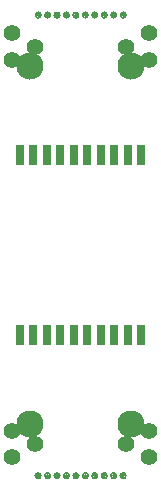
<source format=gbr>
G04 #@! TF.GenerationSoftware,KiCad,Pcbnew,(5.1.2)-1*
G04 #@! TF.CreationDate,2019-05-02T18:24:12-06:00*
G04 #@! TF.ProjectId,Igloo09,49676c6f-6f30-4392-9e6b-696361645f70,rev?*
G04 #@! TF.SameCoordinates,Original*
G04 #@! TF.FileFunction,Soldermask,Top*
G04 #@! TF.FilePolarity,Negative*
%FSLAX46Y46*%
G04 Gerber Fmt 4.6, Leading zero omitted, Abs format (unit mm)*
G04 Created by KiCad (PCBNEW (5.1.2)-1) date 2019-05-02 18:24:12*
%MOMM*%
%LPD*%
G04 APERTURE LIST*
%ADD10C,0.150000*%
%ADD11C,2.300000*%
%ADD12C,1.400000*%
%ADD13R,0.781000X1.670000*%
G04 APERTURE END LIST*
D10*
X146426631Y-82537300D02*
G75*
G03X146426631Y-82537300I-18491J0D01*
G01*
X146486880Y-82501740D02*
G75*
G03X146486880Y-82501740I-83820J0D01*
G01*
X146629346Y-82501740D02*
G75*
G03X146629346Y-82501740I-228826J0D01*
G01*
X147226731Y-82537300D02*
G75*
G03X147226731Y-82537300I-18491J0D01*
G01*
X147286980Y-82501740D02*
G75*
G03X147286980Y-82501740I-83820J0D01*
G01*
X147429446Y-82501740D02*
G75*
G03X147429446Y-82501740I-228826J0D01*
G01*
X148026831Y-82537300D02*
G75*
G03X148026831Y-82537300I-18491J0D01*
G01*
X148087080Y-82501740D02*
G75*
G03X148087080Y-82501740I-83820J0D01*
G01*
X148229546Y-82501740D02*
G75*
G03X148229546Y-82501740I-228826J0D01*
G01*
X148826931Y-82537300D02*
G75*
G03X148826931Y-82537300I-18491J0D01*
G01*
X148887180Y-82501740D02*
G75*
G03X148887180Y-82501740I-83820J0D01*
G01*
X149029646Y-82501740D02*
G75*
G03X149029646Y-82501740I-228826J0D01*
G01*
X149627031Y-82537300D02*
G75*
G03X149627031Y-82537300I-18491J0D01*
G01*
X149687280Y-82501740D02*
G75*
G03X149687280Y-82501740I-83820J0D01*
G01*
X149829746Y-82501740D02*
G75*
G03X149829746Y-82501740I-228826J0D01*
G01*
X150427131Y-82537300D02*
G75*
G03X150427131Y-82537300I-18491J0D01*
G01*
X150487380Y-82501740D02*
G75*
G03X150487380Y-82501740I-83820J0D01*
G01*
X150629846Y-82501740D02*
G75*
G03X150629846Y-82501740I-228826J0D01*
G01*
X151227231Y-82537300D02*
G75*
G03X151227231Y-82537300I-18491J0D01*
G01*
X151287480Y-82501740D02*
G75*
G03X151287480Y-82501740I-83820J0D01*
G01*
X151429946Y-82501740D02*
G75*
G03X151429946Y-82501740I-228826J0D01*
G01*
X152027331Y-82534760D02*
G75*
G03X152027331Y-82534760I-18491J0D01*
G01*
X152087580Y-82499200D02*
G75*
G03X152087580Y-82499200I-83820J0D01*
G01*
X152230046Y-82499200D02*
G75*
G03X152230046Y-82499200I-228826J0D01*
G01*
X152827431Y-82537300D02*
G75*
G03X152827431Y-82537300I-18491J0D01*
G01*
X152887680Y-82501740D02*
G75*
G03X152887680Y-82501740I-83820J0D01*
G01*
X153030146Y-82501740D02*
G75*
G03X153030146Y-82501740I-228826J0D01*
G01*
X153624991Y-82534760D02*
G75*
G03X153624991Y-82534760I-18491J0D01*
G01*
X153685240Y-82499200D02*
G75*
G03X153685240Y-82499200I-83820J0D01*
G01*
X153827706Y-82499200D02*
G75*
G03X153827706Y-82499200I-228826J0D01*
G01*
X146429171Y-43535600D02*
G75*
G03X146429171Y-43535600I-18491J0D01*
G01*
X146489420Y-43500040D02*
G75*
G03X146489420Y-43500040I-83820J0D01*
G01*
X146631886Y-43500040D02*
G75*
G03X146631886Y-43500040I-228826J0D01*
G01*
X147226731Y-43538140D02*
G75*
G03X147226731Y-43538140I-18491J0D01*
G01*
X147286980Y-43502580D02*
G75*
G03X147286980Y-43502580I-83820J0D01*
G01*
X147429446Y-43502580D02*
G75*
G03X147429446Y-43502580I-228826J0D01*
G01*
X148026831Y-43535600D02*
G75*
G03X148026831Y-43535600I-18491J0D01*
G01*
X148087080Y-43500040D02*
G75*
G03X148087080Y-43500040I-83820J0D01*
G01*
X148229546Y-43500040D02*
G75*
G03X148229546Y-43500040I-228826J0D01*
G01*
X148824391Y-43535600D02*
G75*
G03X148824391Y-43535600I-18491J0D01*
G01*
X148884640Y-43500040D02*
G75*
G03X148884640Y-43500040I-83820J0D01*
G01*
X149027106Y-43500040D02*
G75*
G03X149027106Y-43500040I-228826J0D01*
G01*
X149627031Y-43538140D02*
G75*
G03X149627031Y-43538140I-18491J0D01*
G01*
X149687280Y-43502580D02*
G75*
G03X149687280Y-43502580I-83820J0D01*
G01*
X149829746Y-43502580D02*
G75*
G03X149829746Y-43502580I-228826J0D01*
G01*
X150424591Y-43538140D02*
G75*
G03X150424591Y-43538140I-18491J0D01*
G01*
X150484840Y-43502580D02*
G75*
G03X150484840Y-43502580I-83820J0D01*
G01*
X150627306Y-43502580D02*
G75*
G03X150627306Y-43502580I-228826J0D01*
G01*
X151224691Y-43535600D02*
G75*
G03X151224691Y-43535600I-18491J0D01*
G01*
X151284940Y-43500040D02*
G75*
G03X151284940Y-43500040I-83820J0D01*
G01*
X151427406Y-43500040D02*
G75*
G03X151427406Y-43500040I-228826J0D01*
G01*
X152024791Y-43538140D02*
G75*
G03X152024791Y-43538140I-18491J0D01*
G01*
X152085040Y-43502580D02*
G75*
G03X152085040Y-43502580I-83820J0D01*
G01*
X152227506Y-43502580D02*
G75*
G03X152227506Y-43502580I-228826J0D01*
G01*
X152824891Y-43538140D02*
G75*
G03X152824891Y-43538140I-18491J0D01*
G01*
X152885140Y-43502580D02*
G75*
G03X152885140Y-43502580I-83820J0D01*
G01*
X153027606Y-43502580D02*
G75*
G03X153027606Y-43502580I-228826J0D01*
G01*
X153627531Y-43535600D02*
G75*
G03X153627531Y-43535600I-18491J0D01*
G01*
X153687780Y-43500040D02*
G75*
G03X153687780Y-43500040I-83820J0D01*
G01*
X153830246Y-43500040D02*
G75*
G03X153830246Y-43500040I-228826J0D01*
G01*
D11*
X154250000Y-47850000D03*
X145750000Y-47850000D03*
D12*
X155800000Y-47300000D03*
X155800000Y-45050000D03*
X144200000Y-47300000D03*
X144200000Y-45050000D03*
X153825000Y-46175000D03*
X146175000Y-46175000D03*
D11*
X145750000Y-78150000D03*
X154250000Y-78150000D03*
D12*
X144200000Y-78700000D03*
X144200000Y-80950000D03*
X155800000Y-78700000D03*
X155800000Y-80950000D03*
X146175000Y-79825000D03*
X153825000Y-79825000D03*
D13*
X155143500Y-70615000D03*
X154000500Y-70615000D03*
X152857500Y-70615000D03*
X151714500Y-70615000D03*
X150571500Y-70615000D03*
X149428500Y-70615000D03*
X148285500Y-70615000D03*
X147142500Y-70615000D03*
X145999500Y-70615000D03*
X144856500Y-70615000D03*
X144856500Y-55385000D03*
X145999500Y-55385000D03*
X147142500Y-55385000D03*
X148285500Y-55385000D03*
X149428500Y-55385000D03*
X150571500Y-55385000D03*
X151714500Y-55385000D03*
X152857500Y-55385000D03*
X154000500Y-55385000D03*
X155143500Y-55385000D03*
M02*

</source>
